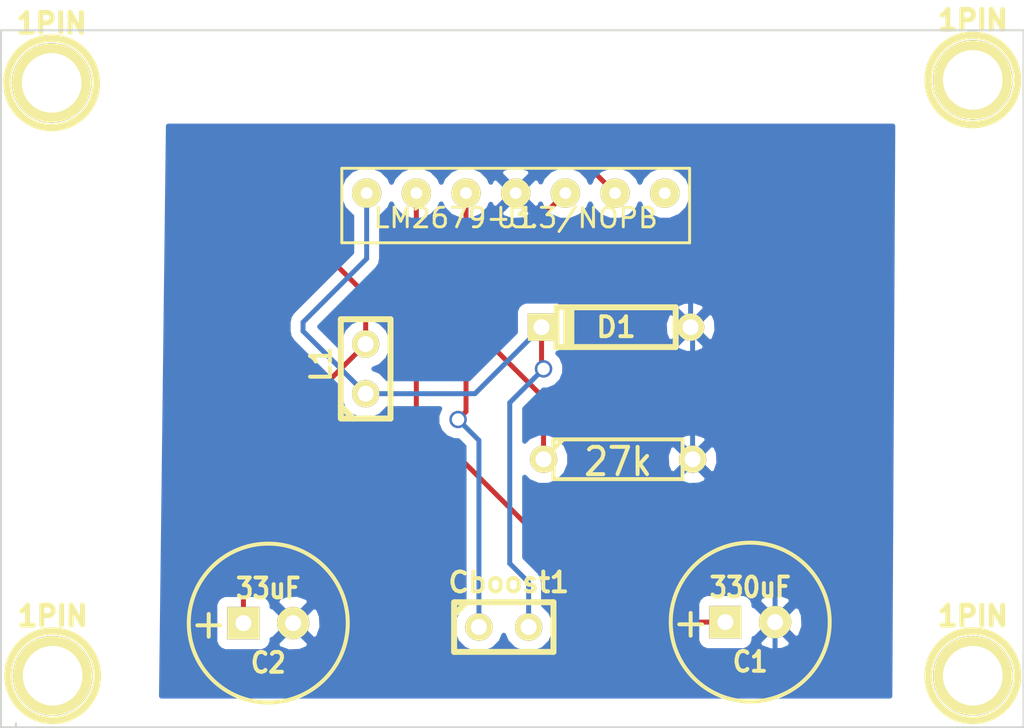
<source format=kicad_pcb>
(kicad_pcb (version 3) (host pcbnew "(2013-07-07 BZR 4022)-stable")

  (general
    (links 12)
    (no_connects 0)
    (area 207.022699 148.9202 259.575301 187.0202)
    (thickness 1.6)
    (drawings 6)
    (tracks 45)
    (zones 0)
    (modules 11)
    (nets 7)
  )

  (page A3)
  (layers
    (15 F.Cu signal)
    (0 B.Cu signal)
    (16 B.Adhes user)
    (17 F.Adhes user)
    (18 B.Paste user)
    (19 F.Paste user)
    (20 B.SilkS user)
    (21 F.SilkS user)
    (22 B.Mask user)
    (23 F.Mask user)
    (24 Dwgs.User user)
    (25 Cmts.User user)
    (26 Eco1.User user)
    (27 Eco2.User user)
    (28 Edge.Cuts user)
  )

  (setup
    (last_trace_width 0.254)
    (trace_clearance 0.254)
    (zone_clearance 0.508)
    (zone_45_only no)
    (trace_min 0.254)
    (segment_width 0.2)
    (edge_width 0.1)
    (via_size 0.889)
    (via_drill 0.635)
    (via_min_size 0.889)
    (via_min_drill 0.508)
    (uvia_size 0.508)
    (uvia_drill 0.127)
    (uvias_allowed no)
    (uvia_min_size 0.508)
    (uvia_min_drill 0.127)
    (pcb_text_width 0.3)
    (pcb_text_size 1.5 1.5)
    (mod_edge_width 0.15)
    (mod_text_size 1 1)
    (mod_text_width 0.15)
    (pad_size 1.5 1.5)
    (pad_drill 0.6)
    (pad_to_mask_clearance 0)
    (aux_axis_origin 0 0)
    (visible_elements 7FFFFFFF)
    (pcbplotparams
      (layerselection 268468225)
      (usegerberextensions true)
      (excludeedgelayer true)
      (linewidth 0.150000)
      (plotframeref false)
      (viasonmask false)
      (mode 1)
      (useauxorigin false)
      (hpglpennumber 1)
      (hpglpenspeed 20)
      (hpglpendiameter 15)
      (hpglpenoverlay 2)
      (psnegative false)
      (psa4output false)
      (plotreference true)
      (plotvalue true)
      (plotothertext true)
      (plotinvisibletext false)
      (padsonsilk false)
      (subtractmaskfromsilk false)
      (outputformat 1)
      (mirror false)
      (drillshape 0)
      (scaleselection 1)
      (outputdirectory C:/Users/lucia_000/Documents/KiCAD/IR_LED/))
  )

  (net 0 "")
  (net 1 /lm)
  (net 2 GND)
  (net 3 N-000004)
  (net 4 N-000005)
  (net 5 N-000006)
  (net 6 VCC)

  (net_class Default "This is the default net class."
    (clearance 0.254)
    (trace_width 0.254)
    (via_dia 0.889)
    (via_drill 0.635)
    (uvia_dia 0.508)
    (uvia_drill 0.127)
    (add_net "")
    (add_net /lm)
    (add_net GND)
    (add_net N-000004)
    (add_net N-000005)
    (add_net N-000006)
    (add_net VCC)
  )

  (module R3 (layer F.Cu) (tedit 4E4C0E65) (tstamp 55398692)
    (at 238.7092 172.2628)
    (descr "Resitance 3 pas")
    (tags R)
    (path /55381CE4)
    (autoplace_cost180 10)
    (fp_text reference R1 (at 0 0.127) (layer F.SilkS) hide
      (effects (font (size 1.397 1.27) (thickness 0.2032)))
    )
    (fp_text value 27k (at 0 0.127) (layer F.SilkS)
      (effects (font (size 1.397 1.27) (thickness 0.2032)))
    )
    (fp_line (start -3.81 0) (end -3.302 0) (layer F.SilkS) (width 0.2032))
    (fp_line (start 3.81 0) (end 3.302 0) (layer F.SilkS) (width 0.2032))
    (fp_line (start 3.302 0) (end 3.302 -1.016) (layer F.SilkS) (width 0.2032))
    (fp_line (start 3.302 -1.016) (end -3.302 -1.016) (layer F.SilkS) (width 0.2032))
    (fp_line (start -3.302 -1.016) (end -3.302 1.016) (layer F.SilkS) (width 0.2032))
    (fp_line (start -3.302 1.016) (end 3.302 1.016) (layer F.SilkS) (width 0.2032))
    (fp_line (start 3.302 1.016) (end 3.302 0) (layer F.SilkS) (width 0.2032))
    (fp_line (start -3.302 -0.508) (end -2.794 -1.016) (layer F.SilkS) (width 0.2032))
    (pad 1 thru_hole circle (at -3.81 0) (size 1.397 1.397) (drill 0.8128)
      (layers *.Cu *.Mask F.SilkS)
      (net 4 N-000005)
    )
    (pad 2 thru_hole circle (at 3.81 0) (size 1.397 1.397) (drill 0.8128)
      (layers *.Cu *.Mask F.SilkS)
      (net 2 GND)
    )
    (model discret/resistor.wrl
      (at (xyz 0 0 0))
      (scale (xyz 0.3 0.3 0.3))
      (rotate (xyz 0 0 0))
    )
  )

  (module lm2679 (layer F.Cu) (tedit 55389194) (tstamp 553989A1)
    (at 233.4768 159.9184)
    (path /55386732)
    (fp_text reference U1 (at 0 0) (layer F.SilkS)
      (effects (font (size 1 1) (thickness 0.15)))
    )
    (fp_text value LM2679-3.3/NOPB (at 0 0) (layer F.SilkS)
      (effects (font (size 1 1) (thickness 0.15)))
    )
    (fp_line (start -8.89 -2.54) (end -8.89 1.27) (layer F.SilkS) (width 0.15))
    (fp_line (start -8.89 1.27) (end 8.89 1.27) (layer F.SilkS) (width 0.15))
    (fp_line (start 8.89 1.27) (end 8.89 -2.54) (layer F.SilkS) (width 0.15))
    (fp_line (start 8.89 -2.54) (end -8.89 -2.54) (layer F.SilkS) (width 0.15))
    (pad 1 thru_hole circle (at -7.62 -1.27) (size 1.5 1.5) (drill 0.6)
      (layers *.Cu *.Mask F.SilkS)
      (net 3 N-000004)
    )
    (pad 2 thru_hole circle (at -5.08 -1.27) (size 1.5 1.5) (drill 0.6)
      (layers *.Cu *.Mask F.SilkS)
      (net 6 VCC)
    )
    (pad 3 thru_hole circle (at -2.54 -1.27) (size 1.5 1.5) (drill 0.6)
      (layers *.Cu *.Mask F.SilkS)
      (net 5 N-000006)
    )
    (pad 4 thru_hole circle (at 0 -1.27) (size 1.5 1.5) (drill 0.6)
      (layers *.Cu *.Mask F.SilkS)
      (net 2 GND)
    )
    (pad 5 thru_hole circle (at 2.54 -1.27) (size 1.5 1.5) (drill 0.6)
      (layers *.Cu *.Mask F.SilkS)
      (net 4 N-000005)
    )
    (pad 6 thru_hole circle (at 5.08 -1.27) (size 1.5 1.5) (drill 0.6)
      (layers *.Cu *.Mask F.SilkS)
      (net 1 /lm)
    )
    (pad 7 thru_hole circle (at 7.62 -1.27) (size 1.5 1.5) (drill 0.6)
      (layers *.Cu *.Mask F.SilkS)
    )
  )

  (module D3 (layer F.Cu) (tedit 200000) (tstamp 553986B1)
    (at 238.6076 165.5064 180)
    (descr "Diode 3 pas")
    (tags "DIODE DEV")
    (path /55381CF3)
    (fp_text reference D1 (at 0 0 180) (layer F.SilkS)
      (effects (font (size 1.016 1.016) (thickness 0.2032)))
    )
    (fp_text value 1N5822 (at 0 0 180) (layer F.SilkS) hide
      (effects (font (size 1.016 1.016) (thickness 0.2032)))
    )
    (fp_line (start 3.81 0) (end 3.048 0) (layer F.SilkS) (width 0.3048))
    (fp_line (start 3.048 0) (end 3.048 -1.016) (layer F.SilkS) (width 0.3048))
    (fp_line (start 3.048 -1.016) (end -3.048 -1.016) (layer F.SilkS) (width 0.3048))
    (fp_line (start -3.048 -1.016) (end -3.048 0) (layer F.SilkS) (width 0.3048))
    (fp_line (start -3.048 0) (end -3.81 0) (layer F.SilkS) (width 0.3048))
    (fp_line (start -3.048 0) (end -3.048 1.016) (layer F.SilkS) (width 0.3048))
    (fp_line (start -3.048 1.016) (end 3.048 1.016) (layer F.SilkS) (width 0.3048))
    (fp_line (start 3.048 1.016) (end 3.048 0) (layer F.SilkS) (width 0.3048))
    (fp_line (start 2.54 -1.016) (end 2.54 1.016) (layer F.SilkS) (width 0.3048))
    (fp_line (start 2.286 1.016) (end 2.286 -1.016) (layer F.SilkS) (width 0.3048))
    (pad 2 thru_hole rect (at 3.81 0 180) (size 1.397 1.397) (drill 0.8128)
      (layers *.Cu *.Mask F.SilkS)
      (net 3 N-000004)
    )
    (pad 1 thru_hole circle (at -3.81 0 180) (size 1.397 1.397) (drill 0.8128)
      (layers *.Cu *.Mask F.SilkS)
      (net 2 GND)
    )
    (model discret/diode.wrl
      (at (xyz 0 0 0))
      (scale (xyz 0.3 0.3 0.3))
      (rotate (xyz 0 0 0))
    )
  )

  (module C1V8 (layer F.Cu) (tedit 3DD3A719) (tstamp 553986B9)
    (at 220.8276 180.6448)
    (path /553878C0)
    (fp_text reference C2 (at 0 2.032) (layer F.SilkS)
      (effects (font (size 1.016 0.889) (thickness 0.2032)))
    )
    (fp_text value 33uF (at 0 -1.77546) (layer F.SilkS)
      (effects (font (size 1.016 0.889) (thickness 0.2032)))
    )
    (fp_text user + (at -3.04546 0) (layer F.SilkS)
      (effects (font (size 1.524 1.524) (thickness 0.2032)))
    )
    (fp_circle (center 0 0) (end 4.064 0) (layer F.SilkS) (width 0.2032))
    (pad 1 thru_hole rect (at -1.27 0) (size 1.651 1.651) (drill 0.8128)
      (layers *.Cu *.Mask F.SilkS)
      (net 1 /lm)
    )
    (pad 2 thru_hole circle (at 1.27 0) (size 1.651 1.651) (drill 0.8128)
      (layers *.Cu *.Mask F.SilkS)
      (net 2 GND)
    )
    (model discret/c_vert_c1v8.wrl
      (at (xyz 0 0 0))
      (scale (xyz 1 1 1))
      (rotate (xyz 0 0 0))
    )
  )

  (module C1V8 (layer F.Cu) (tedit 3DD3A719) (tstamp 553986C1)
    (at 245.4656 180.594)
    (path /553878CF)
    (fp_text reference C1 (at 0 2.032) (layer F.SilkS)
      (effects (font (size 1.016 0.889) (thickness 0.2032)))
    )
    (fp_text value 330uF (at 0 -1.77546) (layer F.SilkS)
      (effects (font (size 1.016 0.889) (thickness 0.2032)))
    )
    (fp_text user + (at -3.04546 0) (layer F.SilkS)
      (effects (font (size 1.524 1.524) (thickness 0.2032)))
    )
    (fp_circle (center 0 0) (end 4.064 0) (layer F.SilkS) (width 0.2032))
    (pad 1 thru_hole rect (at -1.27 0) (size 1.651 1.651) (drill 0.8128)
      (layers *.Cu *.Mask F.SilkS)
      (net 6 VCC)
    )
    (pad 2 thru_hole circle (at 1.27 0) (size 1.651 1.651) (drill 0.8128)
      (layers *.Cu *.Mask F.SilkS)
      (net 2 GND)
    )
    (model discret/c_vert_c1v8.wrl
      (at (xyz 0 0 0))
      (scale (xyz 1 1 1))
      (rotate (xyz 0 0 0))
    )
  )

  (module C1 (layer F.Cu) (tedit 3F92C496) (tstamp 553986CC)
    (at 225.806 167.64 90)
    (descr "Condensateur e = 1 pas")
    (tags C)
    (path /55381D02)
    (fp_text reference L1 (at 0.254 -2.286 90) (layer F.SilkS)
      (effects (font (size 1.016 1.016) (thickness 0.2032)))
    )
    (fp_text value 68uH (at 0 -2.286 90) (layer F.SilkS) hide
      (effects (font (size 1.016 1.016) (thickness 0.2032)))
    )
    (fp_line (start -2.4892 -1.27) (end 2.54 -1.27) (layer F.SilkS) (width 0.3048))
    (fp_line (start 2.54 -1.27) (end 2.54 1.27) (layer F.SilkS) (width 0.3048))
    (fp_line (start 2.54 1.27) (end -2.54 1.27) (layer F.SilkS) (width 0.3048))
    (fp_line (start -2.54 1.27) (end -2.54 -1.27) (layer F.SilkS) (width 0.3048))
    (fp_line (start -2.54 -0.635) (end -1.905 -1.27) (layer F.SilkS) (width 0.3048))
    (pad 1 thru_hole circle (at -1.27 0 90) (size 1.397 1.397) (drill 0.8128)
      (layers *.Cu *.Mask F.SilkS)
      (net 3 N-000004)
    )
    (pad 2 thru_hole circle (at 1.27 0 90) (size 1.397 1.397) (drill 0.8128)
      (layers *.Cu *.Mask F.SilkS)
      (net 1 /lm)
    )
    (model discret/capa_1_pas.wrl
      (at (xyz 0 0 0))
      (scale (xyz 1 1 1))
      (rotate (xyz 0 0 0))
    )
  )

  (module C1 (layer F.Cu) (tedit 3F92C496) (tstamp 553986D7)
    (at 232.8672 180.848)
    (descr "Condensateur e = 1 pas")
    (tags C)
    (path /55386AFD)
    (fp_text reference Cboost1 (at 0.254 -2.286) (layer F.SilkS)
      (effects (font (size 1.016 1.016) (thickness 0.2032)))
    )
    (fp_text value 0.01uF (at 0 -2.286) (layer F.SilkS) hide
      (effects (font (size 1.016 1.016) (thickness 0.2032)))
    )
    (fp_line (start -2.4892 -1.27) (end 2.54 -1.27) (layer F.SilkS) (width 0.3048))
    (fp_line (start 2.54 -1.27) (end 2.54 1.27) (layer F.SilkS) (width 0.3048))
    (fp_line (start 2.54 1.27) (end -2.54 1.27) (layer F.SilkS) (width 0.3048))
    (fp_line (start -2.54 1.27) (end -2.54 -1.27) (layer F.SilkS) (width 0.3048))
    (fp_line (start -2.54 -0.635) (end -1.905 -1.27) (layer F.SilkS) (width 0.3048))
    (pad 1 thru_hole circle (at -1.27 0) (size 1.397 1.397) (drill 0.8128)
      (layers *.Cu *.Mask F.SilkS)
      (net 5 N-000006)
    )
    (pad 2 thru_hole circle (at 1.27 0) (size 1.397 1.397) (drill 0.8128)
      (layers *.Cu *.Mask F.SilkS)
      (net 3 N-000004)
    )
    (model discret/capa_1_pas.wrl
      (at (xyz 0 0 0))
      (scale (xyz 1 1 1))
      (rotate (xyz 0 0 0))
    )
  )

  (module 1pin (layer F.Cu) (tedit 200000) (tstamp 55398883)
    (at 209.7532 153.0096)
    (descr "module 1 pin (ou trou mecanique de percage)")
    (tags DEV)
    (path 1pin)
    (fp_text reference 1PIN (at 0 -3.048) (layer F.SilkS)
      (effects (font (size 1.016 1.016) (thickness 0.254)))
    )
    (fp_text value P*** (at 0 2.794) (layer F.SilkS) hide
      (effects (font (size 1.016 1.016) (thickness 0.254)))
    )
    (fp_circle (center 0 0) (end 0 -2.286) (layer F.SilkS) (width 0.381))
    (pad 1 thru_hole circle (at 0 0) (size 4.064 4.064) (drill 3.048)
      (layers *.Cu *.Mask F.SilkS)
    )
  )

  (module 1pin (layer F.Cu) (tedit 200000) (tstamp 5539888E)
    (at 256.8448 152.8572)
    (descr "module 1 pin (ou trou mecanique de percage)")
    (tags DEV)
    (path 1pin)
    (fp_text reference 1PIN (at 0 -3.048) (layer F.SilkS)
      (effects (font (size 1.016 1.016) (thickness 0.254)))
    )
    (fp_text value P*** (at 0 2.794) (layer F.SilkS) hide
      (effects (font (size 1.016 1.016) (thickness 0.254)))
    )
    (fp_circle (center 0 0) (end 0 -2.286) (layer F.SilkS) (width 0.381))
    (pad 1 thru_hole circle (at 0 0) (size 4.064 4.064) (drill 3.048)
      (layers *.Cu *.Mask F.SilkS)
    )
  )

  (module 1pin (layer F.Cu) (tedit 200000) (tstamp 553988AF)
    (at 256.8448 183.3372)
    (descr "module 1 pin (ou trou mecanique de percage)")
    (tags DEV)
    (path 1pin)
    (fp_text reference 1PIN (at 0 -3.048) (layer F.SilkS)
      (effects (font (size 1.016 1.016) (thickness 0.254)))
    )
    (fp_text value P*** (at 0 2.794) (layer F.SilkS) hide
      (effects (font (size 1.016 1.016) (thickness 0.254)))
    )
    (fp_circle (center 0 0) (end 0 -2.286) (layer F.SilkS) (width 0.381))
    (pad 1 thru_hole circle (at 0 0) (size 4.064 4.064) (drill 3.048)
      (layers *.Cu *.Mask F.SilkS)
    )
  )

  (module 1pin (layer F.Cu) (tedit 200000) (tstamp 553988BA)
    (at 209.804 183.3372)
    (descr "module 1 pin (ou trou mecanique de percage)")
    (tags DEV)
    (path 1pin)
    (fp_text reference 1PIN (at 0 -3.048) (layer F.SilkS)
      (effects (font (size 1.016 1.016) (thickness 0.254)))
    )
    (fp_text value P*** (at 0 2.794) (layer F.SilkS) hide
      (effects (font (size 1.016 1.016) (thickness 0.254)))
    )
    (fp_circle (center 0 0) (end 0 -2.286) (layer F.SilkS) (width 0.381))
    (pad 1 thru_hole circle (at 0 0) (size 4.064 4.064) (drill 3.048)
      (layers *.Cu *.Mask F.SilkS)
    )
  )

  (gr_line (start 207.9244 185.9788) (end 207.9244 185.7756) (angle 90) (layer Edge.Cuts) (width 0.1))
  (gr_line (start 207.1624 185.9788) (end 207.9244 185.9788) (angle 90) (layer Edge.Cuts) (width 0.1))
  (gr_line (start 207.1624 150.3172) (end 207.1624 185.9788) (angle 90) (layer Edge.Cuts) (width 0.1))
  (gr_line (start 259.4356 150.3172) (end 207.1624 150.3172) (angle 90) (layer Edge.Cuts) (width 0.1))
  (gr_line (start 259.4356 185.9788) (end 259.4356 150.3172) (angle 90) (layer Edge.Cuts) (width 0.1))
  (gr_line (start 207.7212 185.9788) (end 259.4356 185.9788) (angle 90) (layer Edge.Cuts) (width 0.1))

  (segment (start 225.806 166.37) (end 225.806 163.83) (width 0.254) (layer F.Cu) (net 1))
  (segment (start 236.0168 156.1084) (end 238.5568 158.6484) (width 0.254) (layer F.Cu) (net 1) (tstamp 55398951))
  (segment (start 222.8596 156.1084) (end 236.0168 156.1084) (width 0.254) (layer F.Cu) (net 1) (tstamp 55398950))
  (segment (start 222.758 156.0068) (end 222.8596 156.1084) (width 0.254) (layer F.Cu) (net 1) (tstamp 5539894F))
  (segment (start 222.758 160.782) (end 222.758 156.0068) (width 0.254) (layer F.Cu) (net 1) (tstamp 5539894D))
  (segment (start 225.806 163.83) (end 222.758 160.782) (width 0.254) (layer F.Cu) (net 1) (tstamp 5539894B))
  (segment (start 219.5576 180.6448) (end 219.5576 172.6184) (width 0.254) (layer F.Cu) (net 1))
  (segment (start 219.5576 172.6184) (end 225.806 166.37) (width 0.254) (layer F.Cu) (net 1) (tstamp 55398947))
  (segment (start 246.7356 180.594) (end 246.7356 182.5244) (width 0.254) (layer B.Cu) (net 2))
  (segment (start 225.7552 184.3024) (end 222.0976 180.6448) (width 0.254) (layer B.Cu) (net 2) (tstamp 55398942))
  (segment (start 244.9576 184.3024) (end 225.7552 184.3024) (width 0.254) (layer B.Cu) (net 2) (tstamp 55398940))
  (segment (start 246.7356 182.5244) (end 244.9576 184.3024) (width 0.254) (layer B.Cu) (net 2) (tstamp 5539893E))
  (segment (start 242.4176 165.5064) (end 242.4176 163.8808) (width 0.254) (layer B.Cu) (net 2))
  (segment (start 237.3376 162.5092) (end 233.4768 158.6484) (width 0.254) (layer B.Cu) (net 2) (tstamp 5539893A))
  (segment (start 241.046 162.5092) (end 237.3376 162.5092) (width 0.254) (layer B.Cu) (net 2) (tstamp 55398938))
  (segment (start 242.4176 163.8808) (end 241.046 162.5092) (width 0.254) (layer B.Cu) (net 2) (tstamp 55398936))
  (segment (start 242.5192 172.2628) (end 242.5192 165.608) (width 0.254) (layer B.Cu) (net 2))
  (segment (start 242.5192 165.608) (end 242.4176 165.5064) (width 0.254) (layer B.Cu) (net 2) (tstamp 55398933))
  (segment (start 246.7356 180.594) (end 246.7356 176.4792) (width 0.254) (layer B.Cu) (net 2))
  (segment (start 246.7356 176.4792) (end 242.5192 172.2628) (width 0.254) (layer B.Cu) (net 2) (tstamp 5539892F))
  (segment (start 234.1372 180.848) (end 234.1372 178.562) (width 0.254) (layer B.Cu) (net 3))
  (segment (start 234.7976 167.5384) (end 234.7976 165.5064) (width 0.254) (layer F.Cu) (net 3) (tstamp 5539897E))
  (segment (start 234.8992 167.64) (end 234.7976 167.5384) (width 0.254) (layer F.Cu) (net 3) (tstamp 5539897D))
  (via (at 234.8992 167.64) (size 0.889) (layers F.Cu B.Cu) (net 3))
  (segment (start 233.172 169.3672) (end 234.8992 167.64) (width 0.254) (layer B.Cu) (net 3) (tstamp 55398979))
  (segment (start 233.172 177.5968) (end 233.172 169.3672) (width 0.254) (layer B.Cu) (net 3) (tstamp 55398978))
  (segment (start 234.1372 178.562) (end 233.172 177.5968) (width 0.254) (layer B.Cu) (net 3) (tstamp 55398976))
  (segment (start 225.806 168.91) (end 231.394 168.91) (width 0.254) (layer B.Cu) (net 3))
  (segment (start 231.394 168.91) (end 234.7976 165.5064) (width 0.254) (layer B.Cu) (net 3) (tstamp 55398965))
  (segment (start 225.8568 158.6484) (end 225.8568 162.0012) (width 0.254) (layer B.Cu) (net 3))
  (segment (start 222.6056 165.7096) (end 225.806 168.91) (width 0.254) (layer B.Cu) (net 3) (tstamp 55398962))
  (segment (start 222.6056 165.2524) (end 222.6056 165.7096) (width 0.254) (layer B.Cu) (net 3) (tstamp 55398960))
  (segment (start 225.8568 162.0012) (end 222.6056 165.2524) (width 0.254) (layer B.Cu) (net 3) (tstamp 5539895E))
  (segment (start 234.8992 172.2628) (end 234.8992 169.1132) (width 0.254) (layer F.Cu) (net 4))
  (segment (start 232.3592 162.306) (end 236.0168 158.6484) (width 0.254) (layer F.Cu) (net 4) (tstamp 5539895A))
  (segment (start 232.3592 166.5732) (end 232.3592 162.306) (width 0.254) (layer F.Cu) (net 4) (tstamp 55398958))
  (segment (start 234.8992 169.1132) (end 232.3592 166.5732) (width 0.254) (layer F.Cu) (net 4) (tstamp 55398956))
  (segment (start 231.5972 180.848) (end 231.5972 171.2976) (width 0.254) (layer B.Cu) (net 5))
  (segment (start 230.9368 169.8244) (end 230.9368 158.6484) (width 0.254) (layer F.Cu) (net 5) (tstamp 5539896E))
  (segment (start 230.5304 170.2308) (end 230.9368 169.8244) (width 0.254) (layer F.Cu) (net 5) (tstamp 5539896D))
  (via (at 230.5304 170.2308) (size 0.889) (layers F.Cu B.Cu) (net 5))
  (segment (start 231.5972 171.2976) (end 230.5304 170.2308) (width 0.254) (layer B.Cu) (net 5) (tstamp 55398969))
  (segment (start 244.1956 180.594) (end 239.014 180.594) (width 0.254) (layer F.Cu) (net 6))
  (segment (start 228.3968 169.9768) (end 228.3968 158.6484) (width 0.254) (layer F.Cu) (net 6) (tstamp 5539892B))
  (segment (start 239.014 180.594) (end 228.3968 169.9768) (width 0.254) (layer F.Cu) (net 6) (tstamp 55398929))

  (zone (net 2) (net_name GND) (layer B.Cu) (tstamp 553989A7) (hatch edge 0.508)
    (connect_pads (clearance 0.508))
    (min_thickness 0.254)
    (fill (arc_segments 16) (thermal_gap 0.508) (thermal_bridge_width 0.508))
    (polygon
      (pts
        (xy 252.8824 155.0924) (xy 252.73 184.5056) (xy 215.2396 184.5056) (xy 215.5952 155.0924)
      )
    )
    (filled_polygon
      (pts
        (xy 252.75474 155.2194) (xy 252.603656 184.3786) (xy 248.207939 184.3786) (xy 248.207939 180.816869) (xy 248.181153 180.236464)
        (xy 248.010576 179.824657) (xy 247.761814 179.747391) (xy 247.582209 179.926996) (xy 247.582209 179.567786) (xy 247.504943 179.319024)
        (xy 246.958469 179.121661) (xy 246.378064 179.148447) (xy 245.966257 179.319024) (xy 245.888991 179.567786) (xy 246.7356 180.414395)
        (xy 247.582209 179.567786) (xy 247.582209 179.926996) (xy 246.915205 180.594) (xy 247.761814 181.440609) (xy 248.010576 181.363343)
        (xy 248.207939 180.816869) (xy 248.207939 184.3786) (xy 247.582209 184.3786) (xy 247.582209 181.620214) (xy 246.7356 180.773605)
        (xy 246.555995 180.95321) (xy 246.555995 180.594) (xy 245.709386 179.747391) (xy 245.65621 179.763907) (xy 245.65621 179.642745)
        (xy 245.559741 179.409271) (xy 245.381268 179.230487) (xy 245.147964 179.133611) (xy 244.895345 179.13339) (xy 243.865124 179.13339)
        (xy 243.865124 172.45532) (xy 243.836346 171.925602) (xy 243.763524 171.749793) (xy 243.763524 165.69892) (xy 243.734746 165.169202)
        (xy 243.587398 164.813472) (xy 243.351786 164.751819) (xy 243.172181 164.931424) (xy 243.172181 164.572214) (xy 243.110528 164.336602)
        (xy 242.61012 164.160476) (xy 242.482039 164.167434) (xy 242.482039 158.374115) (xy 242.27163 157.864886) (xy 241.882363 157.474939)
        (xy 241.373502 157.263642) (xy 240.822515 157.263161) (xy 240.313286 157.47357) (xy 239.923339 157.862837) (xy 239.826823 158.095272)
        (xy 239.73163 157.864886) (xy 239.342363 157.474939) (xy 238.833502 157.263642) (xy 238.282515 157.263161) (xy 237.773286 157.47357)
        (xy 237.383339 157.862837) (xy 237.286823 158.095272) (xy 237.19163 157.864886) (xy 236.802363 157.474939) (xy 236.293502 157.263642)
        (xy 235.742515 157.263161) (xy 235.233286 157.47357) (xy 234.843339 157.862837) (xy 234.753421 158.079382) (xy 234.689258 157.924478)
        (xy 234.448317 157.856488) (xy 234.268712 158.036093) (xy 234.268712 157.676883) (xy 234.200722 157.435942) (xy 233.68163 157.251202)
        (xy 233.131354 157.279172) (xy 232.752878 157.435942) (xy 232.684888 157.676883) (xy 233.4768 158.468795) (xy 234.268712 157.676883)
        (xy 234.268712 158.036093) (xy 233.656405 158.6484) (xy 234.448317 159.440312) (xy 234.689258 159.372322) (xy 234.74853 159.205773)
        (xy 234.84197 159.431914) (xy 235.231237 159.821861) (xy 235.740098 160.033158) (xy 236.291085 160.033639) (xy 236.800314 159.82323)
        (xy 237.190261 159.433963) (xy 237.286776 159.201527) (xy 237.38197 159.431914) (xy 237.771237 159.821861) (xy 238.280098 160.033158)
        (xy 238.831085 160.033639) (xy 239.340314 159.82323) (xy 239.730261 159.433963) (xy 239.826776 159.201527) (xy 239.92197 159.431914)
        (xy 240.311237 159.821861) (xy 240.820098 160.033158) (xy 241.371085 160.033639) (xy 241.880314 159.82323) (xy 242.270261 159.433963)
        (xy 242.481558 158.925102) (xy 242.482039 158.374115) (xy 242.482039 164.167434) (xy 242.080402 164.189254) (xy 241.724672 164.336602)
        (xy 241.663019 164.572214) (xy 242.4176 165.326795) (xy 243.172181 164.572214) (xy 243.172181 164.931424) (xy 242.597205 165.5064)
        (xy 243.351786 166.260981) (xy 243.587398 166.199328) (xy 243.763524 165.69892) (xy 243.763524 171.749793) (xy 243.688998 171.569872)
        (xy 243.453386 171.508219) (xy 243.273781 171.687824) (xy 243.273781 171.328614) (xy 243.212128 171.093002) (xy 243.172181 171.078942)
        (xy 243.172181 166.440586) (xy 242.4176 165.686005) (xy 242.237995 165.86561) (xy 242.237995 165.5064) (xy 241.483414 164.751819)
        (xy 241.247802 164.813472) (xy 241.071676 165.31388) (xy 241.100454 165.843598) (xy 241.247802 166.199328) (xy 241.483414 166.260981)
        (xy 242.237995 165.5064) (xy 242.237995 165.86561) (xy 241.663019 166.440586) (xy 241.724672 166.676198) (xy 242.22508 166.852324)
        (xy 242.754798 166.823546) (xy 243.110528 166.676198) (xy 243.172181 166.440586) (xy 243.172181 171.078942) (xy 242.71172 170.916876)
        (xy 242.182002 170.945654) (xy 241.826272 171.093002) (xy 241.764619 171.328614) (xy 242.5192 172.083195) (xy 243.273781 171.328614)
        (xy 243.273781 171.687824) (xy 242.698805 172.2628) (xy 243.453386 173.017381) (xy 243.688998 172.955728) (xy 243.865124 172.45532)
        (xy 243.865124 179.13339) (xy 243.273781 179.13339) (xy 243.273781 173.196986) (xy 242.5192 172.442405) (xy 242.339595 172.62201)
        (xy 242.339595 172.2628) (xy 241.585014 171.508219) (xy 241.349402 171.569872) (xy 241.173276 172.07028) (xy 241.202054 172.599998)
        (xy 241.349402 172.955728) (xy 241.585014 173.017381) (xy 242.339595 172.2628) (xy 242.339595 172.62201) (xy 241.764619 173.196986)
        (xy 241.826272 173.432598) (xy 242.32668 173.608724) (xy 242.856398 173.579946) (xy 243.212128 173.432598) (xy 243.273781 173.196986)
        (xy 243.273781 179.13339) (xy 243.244345 179.13339) (xy 243.010871 179.229859) (xy 242.832087 179.408332) (xy 242.735211 179.641636)
        (xy 242.73499 179.894255) (xy 242.73499 181.545255) (xy 242.831459 181.778729) (xy 243.009932 181.957513) (xy 243.243236 182.054389)
        (xy 243.495855 182.05461) (xy 245.146855 182.05461) (xy 245.380329 181.958141) (xy 245.559113 181.779668) (xy 245.655989 181.546364)
        (xy 245.656095 181.424057) (xy 245.709386 181.440609) (xy 246.555995 180.594) (xy 246.555995 180.95321) (xy 245.888991 181.620214)
        (xy 245.966257 181.868976) (xy 246.512731 182.066339) (xy 247.093136 182.039553) (xy 247.504943 181.868976) (xy 247.582209 181.620214)
        (xy 247.582209 184.3786) (xy 236.23293 184.3786) (xy 236.23293 171.998714) (xy 236.030345 171.50842) (xy 235.655553 171.132974)
        (xy 235.165613 170.929533) (xy 234.635114 170.92907) (xy 234.14482 171.131655) (xy 233.934 171.342107) (xy 233.934 169.68283)
        (xy 234.897331 168.719499) (xy 235.112984 168.719687) (xy 235.509889 168.555689) (xy 235.813822 168.252286) (xy 235.978513 167.855668)
        (xy 235.978887 167.426216) (xy 235.814889 167.029311) (xy 235.624731 166.838821) (xy 235.855329 166.743541) (xy 236.034113 166.565068)
        (xy 236.130989 166.331764) (xy 236.13121 166.079145) (xy 236.13121 164.682145) (xy 236.034741 164.448671) (xy 235.856268 164.269887)
        (xy 235.622964 164.173011) (xy 235.370345 164.17279) (xy 234.268712 164.17279) (xy 234.268712 159.619917) (xy 233.4768 158.828005)
        (xy 232.684888 159.619917) (xy 232.752878 159.860858) (xy 233.27197 160.045598) (xy 233.822246 160.017628) (xy 234.200722 159.860858)
        (xy 234.268712 159.619917) (xy 234.268712 164.17279) (xy 233.973345 164.17279) (xy 233.739871 164.269259) (xy 233.561087 164.447732)
        (xy 233.464211 164.681036) (xy 233.46399 164.933655) (xy 233.46399 165.762379) (xy 231.078369 168.148) (xy 226.929538 168.148)
        (xy 226.562353 167.780174) (xy 226.224551 167.639906) (xy 226.56038 167.501145) (xy 226.935826 167.126353) (xy 227.139267 166.636413)
        (xy 227.13973 166.105914) (xy 226.937145 165.61562) (xy 226.562353 165.240174) (xy 226.072413 165.036733) (xy 225.541914 165.03627)
        (xy 225.05162 165.238855) (xy 224.676174 165.613647) (xy 224.472733 166.103587) (xy 224.472388 166.498758) (xy 223.45463 165.481)
        (xy 226.395615 162.540015) (xy 226.560796 162.292805) (xy 226.618799 162.0012) (xy 226.6188 162.0012) (xy 226.6188 159.832119)
        (xy 226.640314 159.82323) (xy 227.030261 159.433963) (xy 227.126776 159.201527) (xy 227.22197 159.431914) (xy 227.611237 159.821861)
        (xy 228.120098 160.033158) (xy 228.671085 160.033639) (xy 229.180314 159.82323) (xy 229.570261 159.433963) (xy 229.666776 159.201527)
        (xy 229.76197 159.431914) (xy 230.151237 159.821861) (xy 230.660098 160.033158) (xy 231.211085 160.033639) (xy 231.720314 159.82323)
        (xy 232.110261 159.433963) (xy 232.200178 159.217417) (xy 232.264342 159.372322) (xy 232.505283 159.440312) (xy 233.297195 158.6484)
        (xy 232.505283 157.856488) (xy 232.264342 157.924478) (xy 232.205069 158.091026) (xy 232.11163 157.864886) (xy 231.722363 157.474939)
        (xy 231.213502 157.263642) (xy 230.662515 157.263161) (xy 230.153286 157.47357) (xy 229.763339 157.862837) (xy 229.666823 158.095272)
        (xy 229.57163 157.864886) (xy 229.182363 157.474939) (xy 228.673502 157.263642) (xy 228.122515 157.263161) (xy 227.613286 157.47357)
        (xy 227.223339 157.862837) (xy 227.126823 158.095272) (xy 227.03163 157.864886) (xy 226.642363 157.474939) (xy 226.133502 157.263642)
        (xy 225.582515 157.263161) (xy 225.073286 157.47357) (xy 224.683339 157.862837) (xy 224.472042 158.371698) (xy 224.471561 158.922685)
        (xy 224.68197 159.431914) (xy 225.071237 159.821861) (xy 225.0948 159.831645) (xy 225.0948 161.68557) (xy 222.066785 164.713585)
        (xy 221.901604 164.960795) (xy 221.8436 165.2524) (xy 221.8436 165.7096) (xy 221.901604 166.001205) (xy 222.066785 166.248415)
        (xy 224.472723 168.654353) (xy 224.47227 169.174086) (xy 224.674855 169.66438) (xy 225.049647 170.039826) (xy 225.539587 170.243267)
        (xy 226.070086 170.24373) (xy 226.56038 170.041145) (xy 226.930169 169.672) (xy 229.593568 169.672) (xy 229.451087 170.015132)
        (xy 229.450713 170.444584) (xy 229.614711 170.841489) (xy 229.918114 171.145422) (xy 230.314732 171.310113) (xy 230.532272 171.310302)
        (xy 230.8352 171.61323) (xy 230.8352 179.724461) (xy 230.467374 180.091647) (xy 230.263933 180.581587) (xy 230.26347 181.112086)
        (xy 230.466055 181.60238) (xy 230.840847 181.977826) (xy 231.330787 182.181267) (xy 231.861286 182.18173) (xy 232.35158 181.979145)
        (xy 232.727026 181.604353) (xy 232.867293 181.266551) (xy 233.006055 181.60238) (xy 233.380847 181.977826) (xy 233.870787 182.181267)
        (xy 234.401286 182.18173) (xy 234.89158 181.979145) (xy 235.267026 181.604353) (xy 235.470467 181.114413) (xy 235.47093 180.583914)
        (xy 235.268345 180.09362) (xy 234.8992 179.72383) (xy 234.8992 178.562) (xy 234.899199 178.561999) (xy 234.841196 178.270395)
        (xy 234.676015 178.023185) (xy 234.676015 178.023184) (xy 233.934 177.281169) (xy 233.934 173.183414) (xy 234.142847 173.392626)
        (xy 234.632787 173.596067) (xy 235.163286 173.59653) (xy 235.65358 173.393945) (xy 236.029026 173.019153) (xy 236.232467 172.529213)
        (xy 236.23293 171.998714) (xy 236.23293 184.3786) (xy 223.569939 184.3786) (xy 223.569939 180.867669) (xy 223.543153 180.287264)
        (xy 223.372576 179.875457) (xy 223.123814 179.798191) (xy 222.944209 179.977796) (xy 222.944209 179.618586) (xy 222.866943 179.369824)
        (xy 222.320469 179.172461) (xy 221.740064 179.199247) (xy 221.328257 179.369824) (xy 221.250991 179.618586) (xy 222.0976 180.465195)
        (xy 222.944209 179.618586) (xy 222.944209 179.977796) (xy 222.277205 180.6448) (xy 223.123814 181.491409) (xy 223.372576 181.414143)
        (xy 223.569939 180.867669) (xy 223.569939 184.3786) (xy 222.944209 184.3786) (xy 222.944209 181.671014) (xy 222.0976 180.824405)
        (xy 221.917995 181.00401) (xy 221.917995 180.6448) (xy 221.071386 179.798191) (xy 221.01821 179.814707) (xy 221.01821 179.693545)
        (xy 220.921741 179.460071) (xy 220.743268 179.281287) (xy 220.509964 179.184411) (xy 220.257345 179.18419) (xy 218.606345 179.18419)
        (xy 218.372871 179.280659) (xy 218.194087 179.459132) (xy 218.097211 179.692436) (xy 218.09699 179.945055) (xy 218.09699 181.596055)
        (xy 218.193459 181.829529) (xy 218.371932 182.008313) (xy 218.605236 182.105189) (xy 218.857855 182.10541) (xy 220.508855 182.10541)
        (xy 220.742329 182.008941) (xy 220.921113 181.830468) (xy 221.017989 181.597164) (xy 221.018095 181.474857) (xy 221.071386 181.491409)
        (xy 221.917995 180.6448) (xy 221.917995 181.00401) (xy 221.250991 181.671014) (xy 221.328257 181.919776) (xy 221.874731 182.117139)
        (xy 222.455136 182.090353) (xy 222.866943 181.919776) (xy 222.944209 181.671014) (xy 222.944209 184.3786) (xy 215.368145 184.3786)
        (xy 215.720674 155.2194) (xy 252.75474 155.2194)
      )
    )
  )
)

</source>
